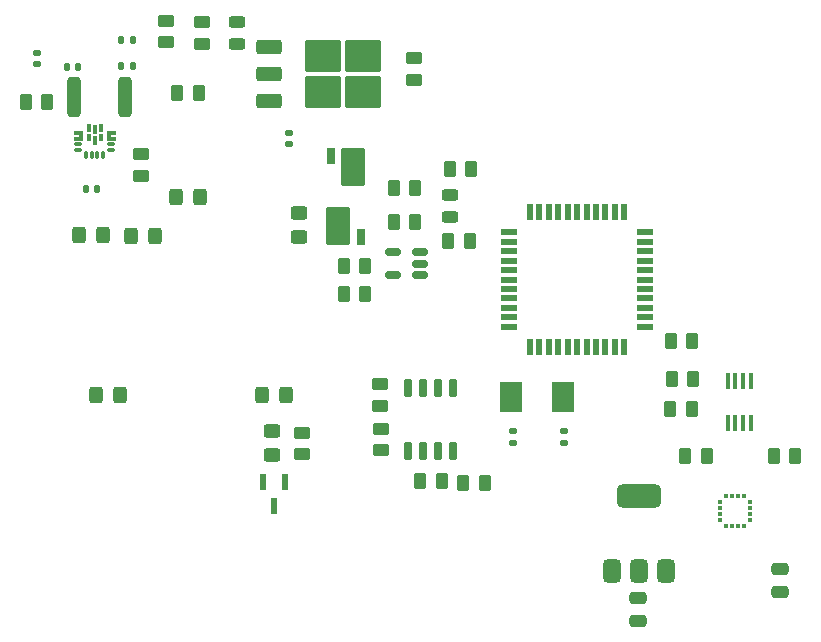
<source format=gbr>
%TF.GenerationSoftware,KiCad,Pcbnew,9.0.0*%
%TF.CreationDate,2025-04-23T21:59:36+02:00*%
%TF.ProjectId,Projecte,50726f6a-6563-4746-952e-6b696361645f,rev?*%
%TF.SameCoordinates,Original*%
%TF.FileFunction,Paste,Top*%
%TF.FilePolarity,Positive*%
%FSLAX46Y46*%
G04 Gerber Fmt 4.6, Leading zero omitted, Abs format (unit mm)*
G04 Created by KiCad (PCBNEW 9.0.0) date 2025-04-23 21:59:36*
%MOMM*%
%LPD*%
G01*
G04 APERTURE LIST*
G04 Aperture macros list*
%AMRoundRect*
0 Rectangle with rounded corners*
0 $1 Rounding radius*
0 $2 $3 $4 $5 $6 $7 $8 $9 X,Y pos of 4 corners*
0 Add a 4 corners polygon primitive as box body*
4,1,4,$2,$3,$4,$5,$6,$7,$8,$9,$2,$3,0*
0 Add four circle primitives for the rounded corners*
1,1,$1+$1,$2,$3*
1,1,$1+$1,$4,$5*
1,1,$1+$1,$6,$7*
1,1,$1+$1,$8,$9*
0 Add four rect primitives between the rounded corners*
20,1,$1+$1,$2,$3,$4,$5,0*
20,1,$1+$1,$4,$5,$6,$7,0*
20,1,$1+$1,$6,$7,$8,$9,0*
20,1,$1+$1,$8,$9,$2,$3,0*%
G04 Aperture macros list end*
%ADD10C,0.010000*%
%ADD11RoundRect,0.140000X-0.170000X0.140000X-0.170000X-0.140000X0.170000X-0.140000X0.170000X0.140000X0*%
%ADD12RoundRect,0.140000X0.140000X0.170000X-0.140000X0.170000X-0.140000X-0.170000X0.140000X-0.170000X0*%
%ADD13RoundRect,0.140000X-0.140000X-0.170000X0.140000X-0.170000X0.140000X0.170000X-0.140000X0.170000X0*%
%ADD14RoundRect,0.140000X0.170000X-0.140000X0.170000X0.140000X-0.170000X0.140000X-0.170000X-0.140000X0*%
%ADD15RoundRect,0.250000X-0.312500X-1.450000X0.312500X-1.450000X0.312500X1.450000X-0.312500X1.450000X0*%
%ADD16R,0.450000X0.300000*%
%ADD17R,0.300000X0.450000*%
%ADD18RoundRect,0.050000X0.150000X-0.660000X0.150000X0.660000X-0.150000X0.660000X-0.150000X-0.660000X0*%
%ADD19RoundRect,0.250000X-0.262500X-0.450000X0.262500X-0.450000X0.262500X0.450000X-0.262500X0.450000X0*%
%ADD20R,1.473200X0.482600*%
%ADD21R,0.482600X1.473200*%
%ADD22RoundRect,0.250000X0.262500X0.450000X-0.262500X0.450000X-0.262500X-0.450000X0.262500X-0.450000X0*%
%ADD23RoundRect,0.250000X0.450000X-0.325000X0.450000X0.325000X-0.450000X0.325000X-0.450000X-0.325000X0*%
%ADD24RoundRect,0.375000X0.375000X-0.625000X0.375000X0.625000X-0.375000X0.625000X-0.375000X-0.625000X0*%
%ADD25RoundRect,0.500000X1.400000X-0.500000X1.400000X0.500000X-1.400000X0.500000X-1.400000X-0.500000X0*%
%ADD26RoundRect,0.250000X0.325000X0.450000X-0.325000X0.450000X-0.325000X-0.450000X0.325000X-0.450000X0*%
%ADD27RoundRect,0.250000X-0.475000X0.250000X-0.475000X-0.250000X0.475000X-0.250000X0.475000X0.250000X0*%
%ADD28RoundRect,0.250000X-0.450000X0.262500X-0.450000X-0.262500X0.450000X-0.262500X0.450000X0.262500X0*%
%ADD29RoundRect,0.150000X0.512500X0.150000X-0.512500X0.150000X-0.512500X-0.150000X0.512500X-0.150000X0*%
%ADD30RoundRect,0.243750X0.456250X-0.243750X0.456250X0.243750X-0.456250X0.243750X-0.456250X-0.243750X0*%
%ADD31RoundRect,0.250000X-0.325000X-0.450000X0.325000X-0.450000X0.325000X0.450000X-0.325000X0.450000X0*%
%ADD32RoundRect,0.075000X-0.225000X0.715000X-0.225000X-0.715000X0.225000X-0.715000X0.225000X0.715000X0*%
%ADD33R,1.900000X2.500000*%
%ADD34RoundRect,0.250000X0.450000X-0.262500X0.450000X0.262500X-0.450000X0.262500X-0.450000X-0.262500X0*%
%ADD35RoundRect,0.243600X0.771400X-1.406400X0.771400X1.406400X-0.771400X1.406400X-0.771400X-1.406400X0*%
%ADD36RoundRect,0.190000X0.190000X-0.510000X0.190000X0.510000X-0.190000X0.510000X-0.190000X-0.510000X0*%
%ADD37RoundRect,0.006250X0.118750X-0.293750X0.118750X0.293750X-0.118750X0.293750X-0.118750X-0.293750X0*%
%ADD38RoundRect,0.006250X0.293750X-0.118750X0.293750X0.118750X-0.293750X0.118750X-0.293750X-0.118750X0*%
%ADD39RoundRect,0.250000X-0.850000X-0.350000X0.850000X-0.350000X0.850000X0.350000X-0.850000X0.350000X0*%
%ADD40RoundRect,0.250000X-1.275000X-1.125000X1.275000X-1.125000X1.275000X1.125000X-1.275000X1.125000X0*%
%ADD41RoundRect,0.243750X-0.456250X0.243750X-0.456250X-0.243750X0.456250X-0.243750X0.456250X0.243750X0*%
%ADD42RoundRect,0.073750X-0.221250X0.586250X-0.221250X-0.586250X0.221250X-0.586250X0.221250X0.586250X0*%
G04 APERTURE END LIST*
D10*
%TO.C,U2*%
X166354798Y-86627712D02*
X166104798Y-86627712D01*
X166104798Y-86052712D01*
X166354798Y-86052712D01*
X166354798Y-86627712D01*
G36*
X166354798Y-86627712D02*
G01*
X166104798Y-86627712D01*
X166104798Y-86052712D01*
X166354798Y-86052712D01*
X166354798Y-86627712D01*
G37*
X166354798Y-87402712D02*
X166104798Y-87402712D01*
X166104798Y-86827712D01*
X166354798Y-86827712D01*
X166354798Y-87402712D01*
G36*
X166354798Y-87402712D02*
G01*
X166104798Y-87402712D01*
X166104798Y-86827712D01*
X166354798Y-86827712D01*
X166354798Y-87402712D01*
G37*
X166854798Y-86803212D02*
X166604798Y-86803212D01*
X166604798Y-86083212D01*
X166854798Y-86083212D01*
X166854798Y-86803212D01*
G36*
X166854798Y-86803212D02*
G01*
X166604798Y-86803212D01*
X166604798Y-86083212D01*
X166854798Y-86083212D01*
X166854798Y-86803212D01*
G37*
X166854798Y-87723212D02*
X166604798Y-87723212D01*
X166604798Y-87003212D01*
X166854798Y-87003212D01*
X166854798Y-87723212D01*
G36*
X166854798Y-87723212D02*
G01*
X166604798Y-87723212D01*
X166604798Y-87003212D01*
X166854798Y-87003212D01*
X166854798Y-87723212D01*
G37*
X167354798Y-86627712D02*
X167104798Y-86627712D01*
X167104798Y-86052712D01*
X167354798Y-86052712D01*
X167354798Y-86627712D01*
G36*
X167354798Y-86627712D02*
G01*
X167104798Y-86627712D01*
X167104798Y-86052712D01*
X167354798Y-86052712D01*
X167354798Y-86627712D01*
G37*
X167354798Y-87402712D02*
X167104798Y-87402712D01*
X167104798Y-86827712D01*
X167354798Y-86827712D01*
X167354798Y-87402712D01*
G36*
X167354798Y-87402712D02*
G01*
X167104798Y-87402712D01*
X167104798Y-86827712D01*
X167354798Y-86827712D01*
X167354798Y-87402712D01*
G37*
X165629798Y-87353212D02*
X165029798Y-87353212D01*
X165029798Y-87103212D01*
X165379798Y-87103212D01*
X165379798Y-86853212D01*
X165029798Y-86853212D01*
X165029798Y-86603212D01*
X165629798Y-86603212D01*
X165629798Y-87353212D01*
G36*
X165629798Y-87353212D02*
G01*
X165029798Y-87353212D01*
X165029798Y-87103212D01*
X165379798Y-87103212D01*
X165379798Y-86853212D01*
X165029798Y-86853212D01*
X165029798Y-86603212D01*
X165629798Y-86603212D01*
X165629798Y-87353212D01*
G37*
X168429798Y-86853212D02*
X168079798Y-86853212D01*
X168079798Y-87103212D01*
X168429798Y-87103212D01*
X168429798Y-87353212D01*
X167829798Y-87353212D01*
X167829798Y-86603212D01*
X168429798Y-86603212D01*
X168429798Y-86853212D01*
G36*
X168429798Y-86853212D02*
G01*
X168079798Y-86853212D01*
X168079798Y-87103212D01*
X168429798Y-87103212D01*
X168429798Y-87353212D01*
X167829798Y-87353212D01*
X167829798Y-86603212D01*
X168429798Y-86603212D01*
X168429798Y-86853212D01*
G37*
%TD*%
D11*
%TO.C,C12*%
X183210000Y-86790000D03*
X183210000Y-87750000D03*
%TD*%
D12*
%TO.C,C11*%
X169950000Y-78910000D03*
X168990000Y-78910000D03*
%TD*%
%TO.C,C10*%
X169960000Y-81130000D03*
X169000000Y-81130000D03*
%TD*%
D13*
%TO.C,C7*%
X164400000Y-81160000D03*
X165360000Y-81160000D03*
%TD*%
D12*
%TO.C,C6*%
X166979798Y-91525712D03*
X166019798Y-91525712D03*
%TD*%
D14*
%TO.C,C4*%
X161900000Y-80930000D03*
X161900000Y-79970000D03*
%TD*%
D15*
%TO.C,L1*%
X165000000Y-83720000D03*
X169275000Y-83720000D03*
%TD*%
D11*
%TO.C,C5*%
X206510000Y-112030000D03*
X206510000Y-112990000D03*
%TD*%
%TO.C,C3*%
X202160000Y-112050000D03*
X202160000Y-113010000D03*
%TD*%
D16*
%TO.C,U6*%
X219690000Y-118020000D03*
X219690000Y-118520000D03*
X219690000Y-119020000D03*
X219690000Y-119520000D03*
D17*
X220215000Y-120045000D03*
X220715000Y-120045000D03*
X221215000Y-120045000D03*
X221715000Y-120045000D03*
D16*
X222240000Y-119520000D03*
X222240000Y-119020000D03*
X222240000Y-118520000D03*
X222240000Y-118020000D03*
D17*
X221715000Y-117495000D03*
X221215000Y-117495000D03*
X220715000Y-117495000D03*
X220215000Y-117495000D03*
%TD*%
D18*
%TO.C,U3*%
X220345000Y-111352500D03*
X220995000Y-111352500D03*
X221645000Y-111352500D03*
X222295000Y-111352500D03*
X222295000Y-107812500D03*
X221645000Y-107812500D03*
X220995000Y-107812500D03*
X220345000Y-107812500D03*
%TD*%
D19*
%TO.C,R18*%
X187820000Y-98080000D03*
X189645000Y-98080000D03*
%TD*%
%TO.C,R6*%
X215475000Y-110160000D03*
X217300000Y-110160000D03*
%TD*%
%TO.C,R7*%
X215590000Y-107650000D03*
X217415000Y-107650000D03*
%TD*%
D20*
%TO.C,U5*%
X201859200Y-95199800D03*
X201859200Y-95987200D03*
X201859200Y-96800000D03*
X201859200Y-97587400D03*
X201859200Y-98400200D03*
X201859200Y-99187600D03*
X201859200Y-99975000D03*
X201859200Y-100787800D03*
X201859200Y-101575200D03*
X201859200Y-102388000D03*
X201859200Y-103175400D03*
D21*
X203611800Y-104928000D03*
X204399200Y-104928000D03*
X205212000Y-104928000D03*
X205999400Y-104928000D03*
X206812200Y-104928000D03*
X207599600Y-104928000D03*
X208387000Y-104928000D03*
X209199800Y-104928000D03*
X209987200Y-104928000D03*
X210800000Y-104928000D03*
X211587400Y-104928000D03*
D20*
X213340000Y-103175400D03*
X213340000Y-102388000D03*
X213340000Y-101575200D03*
X213340000Y-100787800D03*
X213340000Y-99975000D03*
X213340000Y-99187600D03*
X213340000Y-98400200D03*
X213340000Y-97587400D03*
X213340000Y-96800000D03*
X213340000Y-95987200D03*
X213340000Y-95199800D03*
D21*
X211587400Y-93447200D03*
X210800000Y-93447200D03*
X209987200Y-93447200D03*
X209199800Y-93447200D03*
X208387000Y-93447200D03*
X207599600Y-93447200D03*
X206812200Y-93447200D03*
X205999400Y-93447200D03*
X205212000Y-93447200D03*
X204399200Y-93447200D03*
X203611800Y-93447200D03*
%TD*%
D22*
%TO.C,R17*%
X199752500Y-116390000D03*
X197927500Y-116390000D03*
%TD*%
D23*
%TO.C,D1*%
X181730000Y-114055000D03*
X181730000Y-112005000D03*
%TD*%
D19*
%TO.C,R2*%
X196797500Y-89830000D03*
X198622500Y-89830000D03*
%TD*%
D24*
%TO.C,U1*%
X210517500Y-123850000D03*
X212817500Y-123850000D03*
D25*
X212817500Y-117550000D03*
D24*
X215117500Y-123850000D03*
%TD*%
D19*
%TO.C,R3*%
X224245000Y-114150000D03*
X226070000Y-114150000D03*
%TD*%
D26*
%TO.C,DPM+1*%
X171875000Y-95460000D03*
X169825000Y-95460000D03*
%TD*%
D27*
%TO.C,C14*%
X212740000Y-126180000D03*
X212740000Y-128080000D03*
%TD*%
D28*
%TO.C,R19*%
X190890000Y-108040000D03*
X190890000Y-109865000D03*
%TD*%
%TO.C,RMCLR1*%
X193820000Y-80437500D03*
X193820000Y-82262500D03*
%TD*%
D29*
%TO.C,U7*%
X194317500Y-98792500D03*
X194317500Y-97842500D03*
X194317500Y-96892500D03*
X192042500Y-96892500D03*
X192042500Y-98792500D03*
%TD*%
D30*
%TO.C,DR1*%
X196800000Y-93877500D03*
X196800000Y-92002500D03*
%TD*%
D22*
%TO.C,R15*%
X189645000Y-100430000D03*
X187820000Y-100430000D03*
%TD*%
D28*
%TO.C,R11*%
X170659798Y-88563212D03*
X170659798Y-90388212D03*
%TD*%
%TO.C,R21*%
X190980000Y-111830000D03*
X190980000Y-113655000D03*
%TD*%
D19*
%TO.C,R20*%
X196660000Y-95940000D03*
X198485000Y-95940000D03*
%TD*%
D31*
%TO.C,DPM+2*%
X180927500Y-108960000D03*
X182977500Y-108960000D03*
%TD*%
D32*
%TO.C,U8*%
X197075000Y-108337500D03*
X195805000Y-108337500D03*
X194535000Y-108337500D03*
X193265000Y-108337500D03*
X193265000Y-113677500D03*
X194535000Y-113677500D03*
X195805000Y-113677500D03*
X197075000Y-113677500D03*
%TD*%
D26*
%TO.C,DPM-1*%
X168865000Y-108980000D03*
X166815000Y-108980000D03*
%TD*%
D28*
%TO.C,R9*%
X172760000Y-77287500D03*
X172760000Y-79112500D03*
%TD*%
D22*
%TO.C,R12*%
X217325000Y-104430000D03*
X215500000Y-104430000D03*
%TD*%
D33*
%TO.C,Y1*%
X202020000Y-109150000D03*
X206420000Y-109150000D03*
%TD*%
D23*
%TO.C,D2*%
X184060000Y-95565000D03*
X184060000Y-93515000D03*
%TD*%
D19*
%TO.C,R14*%
X192060000Y-94330000D03*
X193885000Y-94330000D03*
%TD*%
D22*
%TO.C,R4*%
X162722298Y-84115712D03*
X160897298Y-84115712D03*
%TD*%
D34*
%TO.C,R10*%
X175805000Y-79210000D03*
X175805000Y-77385000D03*
%TD*%
D35*
%TO.C,R_shunt1*%
X187365000Y-94625000D03*
D36*
X189270000Y-95575000D03*
X186730000Y-88715000D03*
D35*
X188635000Y-89665000D03*
%TD*%
D37*
%TO.C,U2*%
X165979798Y-88653212D03*
X166479798Y-88653212D03*
X166979798Y-88653212D03*
X167479798Y-88653212D03*
D38*
X168129798Y-88228212D03*
X168129798Y-87728212D03*
X165329798Y-87728212D03*
X165329798Y-88228212D03*
%TD*%
D22*
%TO.C,R16*%
X193885000Y-91460000D03*
X192060000Y-91460000D03*
%TD*%
D39*
%TO.C,U4*%
X181470000Y-79530000D03*
X181470000Y-81810000D03*
D40*
X186095000Y-80285000D03*
X186095000Y-83335000D03*
X189445000Y-80285000D03*
X189445000Y-83335000D03*
D39*
X181470000Y-84090000D03*
%TD*%
D41*
%TO.C,DR2*%
X178800000Y-77400000D03*
X178800000Y-79275000D03*
%TD*%
D27*
%TO.C,C2*%
X224750000Y-123710000D03*
X224750000Y-125610000D03*
%TD*%
D31*
%TO.C,DPA1*%
X165434798Y-95435712D03*
X167484798Y-95435712D03*
%TD*%
D19*
%TO.C,R22*%
X194305000Y-116220000D03*
X196130000Y-116220000D03*
%TD*%
D42*
%TO.C,Q1*%
X182880000Y-116320000D03*
X180980000Y-116320000D03*
X181930000Y-118350000D03*
%TD*%
D31*
%TO.C,DPA2*%
X173614798Y-92208212D03*
X175664798Y-92208212D03*
%TD*%
D34*
%TO.C,R13*%
X184280000Y-113982500D03*
X184280000Y-112157500D03*
%TD*%
D22*
%TO.C,R8*%
X175562500Y-83430000D03*
X173737500Y-83430000D03*
%TD*%
%TO.C,R5*%
X218575000Y-114100000D03*
X216750000Y-114100000D03*
%TD*%
M02*

</source>
